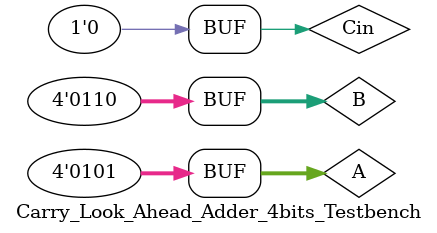
<source format=v>
`timescale 1ns / 1ps


module Carry_Look_Ahead_Adder_4bits_Testbench;

	// Inputs
	reg [3:0] A;
	reg [3:0] B;
	reg Cin;

	// Outputs
	wire [3:0] S;
	wire Cout;
	wire PG;
	wire GG;

	// Instantiate the Unit Under Test (UUT)
	Carry_Look_Ahead_Adder_4bits uut (
		.A(A), 
		.B(B), 
		.Cin(Cin), 
		.S(S), 
		.Cout(Cout), 
		.PG(PG), 
		.GG(GG)
	);

	initial begin
		// Initialize Inputs
		A = 4'b0101;
		B = 4'b0110;
		Cin = 0;

		// Wait 100 ns for global reset to finish
		#100;
        
		// Add stimulus here

	end
      
endmodule


</source>
